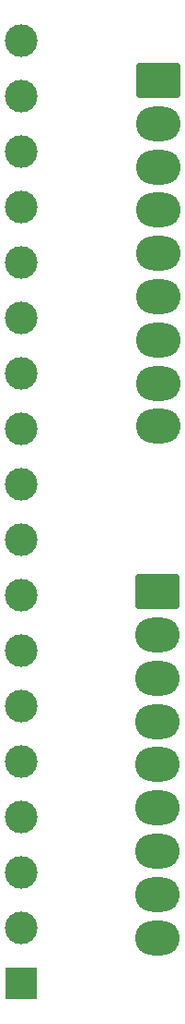
<source format=gbs>
G04 #@! TF.GenerationSoftware,KiCad,Pcbnew,7.0.10*
G04 #@! TF.CreationDate,2024-02-17T13:29:22+01:00*
G04 #@! TF.ProjectId,System_11a_output_adapter,53797374-656d-45f3-9131-615f6f757470,rev?*
G04 #@! TF.SameCoordinates,Original*
G04 #@! TF.FileFunction,Soldermask,Bot*
G04 #@! TF.FilePolarity,Negative*
%FSLAX46Y46*%
G04 Gerber Fmt 4.6, Leading zero omitted, Abs format (unit mm)*
G04 Created by KiCad (PCBNEW 7.0.10) date 2024-02-17 13:29:22*
%MOMM*%
%LPD*%
G01*
G04 APERTURE LIST*
G04 Aperture macros list*
%AMRoundRect*
0 Rectangle with rounded corners*
0 $1 Rounding radius*
0 $2 $3 $4 $5 $6 $7 $8 $9 X,Y pos of 4 corners*
0 Add a 4 corners polygon primitive as box body*
4,1,4,$2,$3,$4,$5,$6,$7,$8,$9,$2,$3,0*
0 Add four circle primitives for the rounded corners*
1,1,$1+$1,$2,$3*
1,1,$1+$1,$4,$5*
1,1,$1+$1,$6,$7*
1,1,$1+$1,$8,$9*
0 Add four rect primitives between the rounded corners*
20,1,$1+$1,$2,$3,$4,$5,0*
20,1,$1+$1,$4,$5,$6,$7,0*
20,1,$1+$1,$6,$7,$8,$9,0*
20,1,$1+$1,$8,$9,$2,$3,0*%
G04 Aperture macros list end*
%ADD10RoundRect,0.250000X-1.800000X1.330000X-1.800000X-1.330000X1.800000X-1.330000X1.800000X1.330000X0*%
%ADD11O,4.100000X3.160000*%
%ADD12R,3.000000X3.000000*%
%ADD13C,3.000000*%
G04 APERTURE END LIST*
D10*
X40535000Y-73360000D03*
D11*
X40535000Y-77320000D03*
X40535000Y-81280000D03*
X40535000Y-85240000D03*
X40535000Y-89200000D03*
X40535000Y-93160000D03*
X40535000Y-97120000D03*
X40535000Y-101080000D03*
X40535000Y-105040000D03*
D10*
X40640000Y-26520000D03*
D11*
X40640000Y-30480000D03*
X40640000Y-34440000D03*
X40640000Y-38400000D03*
X40640000Y-42360000D03*
X40640000Y-46320000D03*
X40640000Y-50280000D03*
X40640000Y-54240000D03*
X40640000Y-58200000D03*
D12*
X28000000Y-109220000D03*
D13*
X28000000Y-104140000D03*
X28000000Y-99060000D03*
X28000000Y-93980000D03*
X28000000Y-88900000D03*
X28000000Y-83820000D03*
X28000000Y-78740000D03*
X28000000Y-73660000D03*
X28000000Y-68580000D03*
X28000000Y-63500000D03*
X28000000Y-58420000D03*
X28000000Y-53340000D03*
X28000000Y-48260000D03*
X28000000Y-43180000D03*
X28000000Y-38100000D03*
X28000000Y-33020000D03*
X28000000Y-27940000D03*
X28000000Y-22860000D03*
M02*

</source>
